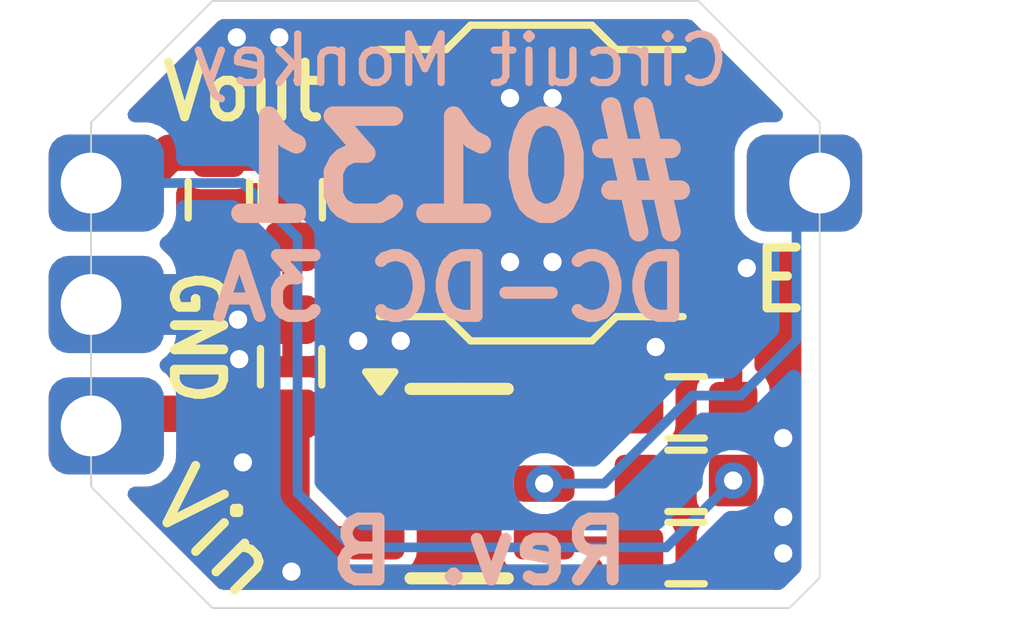
<source format=kicad_pcb>
(kicad_pcb (version 20241229) (generator "pcbnew") (generator_version "9.0")
  (layers (0 "F.Cu" signal) (2 "B.Cu" signal) (13 "F.Paste" user) (15 "B.Paste" user) (5 "F.SilkS" user "F.Silkscreen") (7 "B.SilkS" user "B.Silkscreen") (1 "F.Mask" user) (3 "B.Mask" user) (25 "Edge.Cuts" user))
  (net 0 "")
  (net 1 "Net-(U1-BST)")
  (net 2 "Net-(U1-SW)")
  (net 3 "GND")
  (net 4 "Net-(U1-FB)")
  (net 5 "/Vin")
  (net 6 "/Vout")
  (net 7 "/Enable")
  (footprint "CM_Resistor_Capacitor:R_0603_1608Metric" (layer "F.Cu") (at 144.8 94.1)
    (property "Reference" "R2" (hide yes))
    (property "Value" "10.0K")
    (fp_line (start -0.3 -0.51) (end 0.3 -0.51) (stroke (width 0.12)) (layer "F.SilkS"))
    (fp_line (start -0.3 0.5) (end 0.3 0.5) (stroke (width 0.12)) (layer "F.SilkS"))
    (pad "1" smd roundrect (at -0.775 0) (size 0.8 0.85) (layers "F.Cu" "F.Mask" "F.Paste") (roundrect_rratio 0.2) (net 4 "Net-(U1-FB)"))
    (pad "2" smd roundrect (at 0.775 0) (size 0.8 0.85) (layers "F.Cu" "F.Mask" "F.Paste") (roundrect_rratio 0.2) (net 3 "GND"))
  )
  (footprint "CM_Chip_Packages:TSOT-23-6" (layer "F.Cu") (at 141.0625 92.95)
    (property "Reference" "U1" (hide yes))
    (property "Value" "AP62300WU")
    (fp_line (start 0 -1.56) (end -0.8 -1.56) (stroke (width 0.2)) (layer "F.SilkS"))
    (fp_line (start 0 -1.56) (end 0.8 -1.56) (stroke (width 0.2)) (layer "F.SilkS"))
    (fp_line (start 0 1.56) (end -0.8 1.56) (stroke (width 0.2)) (layer "F.SilkS"))
    (fp_line (start 0 1.56) (end 0.8 1.56) (stroke (width 0.2)) (layer "F.SilkS"))
    (fp_poly (pts (xy -1.3 -1.51) (xy -1.54 -1.84) (xy -1.06 -1.84)) (stroke (width 0.12)) (fill yes) (layer "F.SilkS"))
    (pad "1" smd roundrect (at -1.4 -0.95) (size 1 0.6) (layers "F.Cu" "F.Mask" "F.Paste") (net 3 "GND") (thermal_bridge_width 0.6))
    (pad "2" smd roundrect (at -1.4 0) (size 1 0.6) (layers "F.Cu" "F.Mask" "F.Paste") (net 2 "Net-(U1-SW)"))
    (pad "3" smd roundrect (at -1.4 0.95) (size 1 0.6) (layers "F.Cu" "F.Mask" "F.Paste") (net 5 "/Vin"))
    (pad "4" smd roundrect (at 1.4 0.95) (size 1 0.6) (layers "F.Cu" "F.Mask" "F.Paste") (net 4 "Net-(U1-FB)"))
    (pad "5" smd roundrect (at 1.4 0) (size 1 0.6) (layers "F.Cu" "F.Mask" "F.Paste") (net 7 "/Enable"))
    (pad "6" smd roundrect (at 1.4 -0.95) (size 1 0.6) (layers "F.Cu" "F.Mask" "F.Paste") (net 1 "Net-(U1-BST)"))
  )
  (footprint "CM_Connector_Castelated:cast-2.0-01P" (layer "F.Cu") (at 135 88 180)
    (property "Reference" "CST2" (hide yes))
    (property "Value" "Vout" (at -1.1 1.5 180) (layer "F.SilkS") (effects (font (size 0.9 0.8)) (justify left)))
    (pad "1" thru_hole roundrect (at 0 0 180) (size 1.9 1.6) (drill 1 (offset -0.25 0)) (layers "*.Cu" "*.Mask") (roundrect_rratio 0.2083333333) (net 6 "/Vout"))
  )
  (footprint "CM_Connector_Castelated:cast-2.0-01P" (layer "F.Cu") (at 147 88)
    (property "Reference" "CST3" (hide yes))
    (property "Value" "E" (at -0.1 1.6 0) (layer "F.SilkS") (effects (justify right)))
    (pad "1" thru_hole roundrect (at 0 0) (size 1.9 1.6) (drill 1 (offset -0.25 0)) (layers "*.Cu" "*.Mask") (roundrect_rratio 0.2083333333) (net 7 "/Enable"))
  )
  (footprint "CM_Resistor_Capacitor:R_0603_1608Metric" (layer "F.Cu") (at 144.8 92.9 180)
    (property "Reference" "R1" (hide yes))
    (property "Value" "31.6K")
    (fp_line (start -0.3 0.5) (end 0.3 0.5) (stroke (width 0.12)) (layer "F.SilkS"))
    (fp_line (start -0.3 -0.51) (end 0.3 -0.51) (stroke (width 0.12)) (layer "F.SilkS"))
    (pad "1" smd roundrect (at -0.775 0 180) (size 0.8 0.85) (layers "F.Cu" "F.Mask" "F.Paste") (roundrect_rratio 0.2) (net 6 "/Vout"))
    (pad "2" smd roundrect (at 0.775 0 180) (size 0.8 0.85) (layers "F.Cu" "F.Mask" "F.Paste") (roundrect_rratio 0.2) (net 4 "Net-(U1-FB)"))
  )
  (footprint "CM_Resistor_Capacitor:C_0603_1608Metric" (layer "F.Cu") (at 138.3 88.275 -90)
    (property "Reference" "C4" (hide yes))
    (property "Value" "22uF")
    (fp_line (start -0.3 0.5) (end 0.3 0.5) (stroke (width 0.12)) (layer "F.SilkS"))
    (fp_line (start -0.3 -0.51) (end 0.3 -0.51) (stroke (width 0.12)) (layer "F.SilkS"))
    (pad "1" smd roundrect (at -0.775 0 270) (size 0.8 0.85) (layers "F.Cu" "F.Mask" "F.Paste") (roundrect_rratio 0.2) (net 6 "/Vout"))
    (pad "2" smd roundrect (at 0.775 0 270) (size 0.8 0.85) (layers "F.Cu" "F.Mask" "F.Paste") (roundrect_rratio 0.2) (net 3 "GND"))
  )
  (footprint "CM_Resistor_Capacitor:C_0603_1608Metric" (layer "F.Cu") (at 137.1 88.275 -90)
    (property "Reference" "C3" (hide yes))
    (property "Value" "22uF")
    (fp_line (start -0.3 0.5) (end 0.3 0.5) (stroke (width 0.12)) (layer "F.SilkS"))
    (fp_line (start -0.3 -0.51) (end 0.3 -0.51) (stroke (width 0.12)) (layer "F.SilkS"))
    (pad "1" smd roundrect (at -0.775 0 270) (size 0.8 0.85) (layers "F.Cu" "F.Mask" "F.Paste") (roundrect_rratio 0.2) (net 6 "/Vout"))
    (pad "2" smd roundrect (at 0.775 0 270) (size 0.8 0.85) (layers "F.Cu" "F.Mask" "F.Paste") (roundrect_rratio 0.2) (net 3 "GND"))
  )
  (footprint "CM_Resistor_Capacitor:C_0603_1608Metric" (layer "F.Cu") (at 144.8 91.7)
    (property "Reference" "C1" (hide yes))
    (property "Value" "0.1uF")
    (fp_line (start -0.3 -0.51) (end 0.3 -0.51) (stroke (width 0.12)) (layer "F.SilkS"))
    (fp_line (start -0.3 0.5) (end 0.3 0.5) (stroke (width 0.12)) (layer "F.SilkS"))
    (pad "1" smd roundrect (at -0.775 0) (size 0.8 0.85) (layers "F.Cu" "F.Mask" "F.Paste") (roundrect_rratio 0.2) (net 1 "Net-(U1-BST)"))
    (pad "2" smd roundrect (at 0.775 0) (size 0.8 0.85) (layers "F.Cu" "F.Mask" "F.Paste") (roundrect_rratio 0.2) (net 2 "Net-(U1-SW)"))
  )
  (footprint "CM_Inductor:SRN5040" (layer "F.Cu") (at 142.25 88 180)
    (property "Reference" "L1" (hide yes))
    (property "Value" "4.7uH")
    (fp_line (start 1.4 2.2) (end 2.5 2.2) (stroke (width 0.12)) (layer "F.SilkS"))
    (fp_line (start 1.4 -2.2) (end 2.5 -2.2) (stroke (width 0.12)) (layer "F.SilkS"))
    (fp_line (start 1 2.6) (end 1.4 2.2) (stroke (width 0.12)) (layer "F.SilkS"))
    (fp_line (start 1 -2.6) (end 1.4 -2.2) (stroke (width 0.12)) (layer "F.SilkS"))
    (fp_line (start -1 2.6) (end 1 2.6) (stroke (width 0.12)) (layer "F.SilkS"))
    (fp_line (start -1 -2.6) (end 1 -2.6) (stroke (width 0.12)) (layer "F.SilkS"))
    (fp_line (start -1.4 2.2) (end -1 2.6) (stroke (width 0.12)) (layer "F.SilkS"))
    (fp_line (start -1.4 2.2) (end -2.5 2.2) (stroke (width 0.12)) (layer "F.SilkS"))
    (fp_line (start -1.4 -2.2) (end -1 -2.6) (stroke (width 0.12)) (layer "F.SilkS"))
    (fp_line (start -1.4 -2.2) (end -2.5 -2.2) (stroke (width 0.12)) (layer "F.SilkS"))
    (pad "1" smd roundrect (at -2.05 0 180) (size 2 4) (layers "F.Cu" "F.Mask" "F.Paste") (net 2 "Net-(U1-SW)"))
    (pad "2" smd roundrect (at 2.05 0 180) (size 2 4) (layers "F.Cu" "F.Mask" "F.Paste") (net 6 "/Vout"))
  )
  (footprint "CM_Resistor_Capacitor:C_0603_1608Metric" (layer "F.Cu") (at 138.3 91.025 90)
    (property "Reference" "C2" (hide yes))
    (property "Value" "10uF")
    (fp_line (start -0.3 -0.51) (end 0.3 -0.51) (stroke (width 0.12)) (layer "F.SilkS"))
    (fp_line (start -0.3 0.5) (end 0.3 0.5) (stroke (width 0.12)) (layer "F.SilkS"))
    (pad "1" smd roundrect (at -0.775 0 90) (size 0.8 0.85) (layers "F.Cu" "F.Mask" "F.Paste") (roundrect_rratio 0.2) (net 5 "/Vin"))
    (pad "2" smd roundrect (at 0.775 0 90) (size 0.8 0.85) (layers "F.Cu" "F.Mask" "F.Paste") (roundrect_rratio 0.2) (net 3 "GND"))
  )
  (footprint "CM_Connector_Castelated:cast-2.0-01P" (layer "F.Cu") (at 135 92 180)
    (property "Reference" "CST1" (hide yes))
    (property "Value" "Vin" (at -1.2 -0.9 315) (layer "F.SilkS") (effects (justify left)))
    (pad "1" thru_hole roundrect (at 0 0 180) (size 1.9 1.6) (drill 1 (offset -0.25 0)) (layers "*.Cu" "*.Mask") (roundrect_rratio 0.2083333333) (net 5 "/Vin"))
  )
  (footprint "CM_Connector_Castelated:cast-2.0-01P" (layer "F.Cu") (at 135 90 180)
    (property "Reference" "CST4" (hide yes))
    (property "Value" "GND" (at -1.74 -0.54 270) (layer "F.SilkS") (effects (font (size 0.8 0.7) (thickness 0.16) (bold yes))))
    (pad "1" thru_hole roundrect (at 0 0 180) (size 1.9 1.6) (drill 1 (offset -0.25 0)) (layers "*.Cu" "*.Mask") (roundrect_rratio 0.2083333333) (net 3 "GND") (thermal_bridge_width 1))
  )
  (gr_poly (pts (xy 135 87) (xy 137 85) (xy 145 85) (xy 147 87) (xy 147 94.5) (xy 146.5 95) (xy 137 95) (xy 135 93)) (stroke (width 0.03)) (fill no) (layer "Edge.Cuts"))
  (gr_text "Rev. B" (at 141.4 94.66 0) (layer "B.SilkS") (effects (font (size 1 1) (thickness 0.2) (bold yes)) (justify bottom mirror)))
  (gr_text "#0131" (at 141.01 88.71 0) (layer "B.SilkS") (effects (font (size 1.6 1.6) (thickness 0.32) (bold yes)) (justify bottom mirror)))
  (gr_text "DC-DC 3A" (at 140.92 90.32 0) (layer "B.SilkS") (effects (font (size 1 1) (thickness 0.2) (bold yes)) (justify bottom mirror)))
  (gr_text "Circuit Monkey" (at 141.07 85.98 0) (layer "B.SilkS") (effects (font (size 0.8 0.8) (thickness 0.12)) (justify mirror)))
  (segment (start 142.5625 91.9) (end 143.825 91.9) (width 0.3) (layer "F.Cu") (net 1))
  (segment (start 142.4625 92) (end 142.5625 91.9) (width 0.3) (layer "F.Cu") (net 1))
  (segment (start 143.825 91.9) (end 144.025 91.7) (width 0.3) (layer "F.Cu") (net 1))
  (segment (start 145.575 91.7) (end 145.575 90.375) (width 0.3) (layer "F.Cu") (net 2))
  (segment (start 144.3 89.2) (end 144.3 88) (width 0.6) (layer "F.Cu") (net 2))
  (segment (start 144.3 89.1) (end 144.3 88) (width 0.3) (layer "F.Cu") (net 2))
  (segment (start 139.6625 92.95) (end 140.55 92.95) (width 0.6) (layer "F.Cu") (net 2))
  (segment (start 145.575 90.375) (end 144.3 89.1) (width 0.3) (layer "F.Cu") (net 2))
  (segment (start 140.55 92.95) (end 141 92.5) (width 0.6) (layer "F.Cu") (net 2))
  (segment (start 143 90.5) (end 144.3 89.2) (width 0.6) (layer "F.Cu") (net 2))
  (segment (start 141 91.3) (end 141.8 90.5) (width 0.6) (layer "F.Cu") (net 2))
  (segment (start 141 92.5) (end 141 91.3) (width 0.6) (layer "F.Cu") (net 2))
  (segment (start 141.8 90.5) (end 143 90.5) (width 0.6) (layer "F.Cu") (net 2))
  (via (at 138.1 85.6) (size 0.6) (drill 0.3) (layers "F.Cu" "B.Cu") (net 3))
  (via (at 137.5 92.6) (size 0.6) (drill 0.3) (layers "F.Cu" "B.Cu") (net 3))
  (via (at 142.6 89.3) (size 0.6) (drill 0.3) (layers "F.Cu" "B.Cu") (net 3))
  (via (at 138.3 94.4) (size 0.6) (drill 0.3) (layers "F.Cu" "B.Cu") (net 3))
  (via (at 145.8 89.4) (size 0.6) (drill 0.3) (layers "F.Cu" "B.Cu") (net 3))
  (via (at 142.6 86.6) (size 0.6) (drill 0.3) (layers "F.Cu" "B.Cu") (net 3))
  (via (at 146.4 93.5) (size 0.6) (drill 0.3) (layers "F.Cu" "B.Cu") (net 3))
  (via (at 140.1 90.6) (size 0.6) (drill 0.3) (layers "F.Cu" "B.Cu") (net 3))
  (via (at 144.3 90.7) (size 0.6) (drill 0.3) (layers "F.Cu" "B.Cu") (net 3))
  (via (at 139.4 90.6) (size 0.6) (drill 0.3) (layers "F.Cu" "B.Cu") (net 3))
  (via (at 141.9 86.6) (size 0.6) (drill 0.3) (layers "F.Cu" "B.Cu") (net 3))
  (via (at 141.9 89.3) (size 0.6) (drill 0.3) (layers "F.Cu" "B.Cu") (net 3))
  (via (at 137.44 90.9) (size 0.6) (drill 0.3) (layers "F.Cu" "B.Cu") (net 3))
  (via (at 146.4 94.1) (size 0.6) (drill 0.3) (layers "F.Cu" "B.Cu") (net 3))
  (via (at 137.42 90.25) (size 0.6) (drill 0.3) (layers "F.Cu" "B.Cu") (net 3))
  (via (at 146.4 92.2) (size 0.6) (drill 0.3) (layers "F.Cu" "B.Cu") (net 3))
  (via (at 137.4 85.6) (size 0.6) (drill 0.3) (layers "F.Cu" "B.Cu") (net 3))
  (segment (start 142.4625 93.9) (end 143.825 93.9) (width 0.16) (layer "F.Cu") (net 4))
  (segment (start 144.025 92.9) (end 144.025 94.1) (width 0.16) (layer "F.Cu") (net 4))
  (segment (start 143.825 93.9) (end 144.025 94.1) (width 0.16) (layer "F.Cu") (net 4))
  (segment (start 136.001 91.8) (end 135.801 92) (width 0.6) (layer "F.Cu") (net 5))
  (segment (start 138.3 91.8) (end 136.001 91.8) (width 0.6) (layer "F.Cu") (net 5))
  (segment (start 138.3 93.3) (end 138.3 91.8) (width 0.6) (layer "F.Cu") (net 5))
  (segment (start 139.6625 93.9) (end 138.9 93.9) (width 0.5) (layer "F.Cu") (net 5))
  (segment (start 138.9 93.9) (end 138.3 93.3) (width 0.6) (layer "F.Cu") (net 5))
  (segment (start 139.7 87.5) (end 140.2 88) (width 0.6) (layer "F.Cu") (net 6))
  (segment (start 137.1 87.5) (end 136.301 87.5) (width 0.6) (layer "F.Cu") (net 6))
  (segment (start 138.3 87.5) (end 137.1 87.5) (width 0.6) (layer "F.Cu") (net 6))
  (segment (start 136.301 87.5) (end 135.801 88) (width 0.6) (layer "F.Cu") (net 6))
  (segment (start 138.3 87.5) (end 139.7 87.5) (width 0.6) (layer "F.Cu") (net 6))
  (via (at 145.575 92.9) (size 0.6) (drill 0.3) (layers "F.Cu" "B.Cu") (net 6))
  (segment (start 138.4 93.1) (end 138.4 88.9) (width 0.16) (layer "B.Cu") (net 6))
  (segment (start 144.475 94) (end 139.3 94) (width 0.16) (layer "B.Cu") (net 6))
  (segment (start 139.3 94) (end 138.4 93.1) (width 0.16) (layer "B.Cu") (net 6))
  (segment (start 138.4 88.9) (end 137.5 88) (width 0.16) (layer "B.Cu") (net 6))
  (segment (start 145.575 92.9) (end 144.475 94) (width 0.16) (layer "B.Cu") (net 6))
  (segment (start 137.5 88) (end 135.381 88) (width 0.16) (layer "B.Cu") (net 6))
  (via (at 142.4625 92.95) (size 0.6) (drill 0.3) (layers "F.Cu" "B.Cu") (net 7))
  (segment (start 143.45 92.95) (end 144.9 91.5) (width 0.16) (layer "B.Cu") (net 7))
  (segment (start 145.7 91.5) (end 146.619 90.581) (width 0.16) (layer "B.Cu") (net 7))
  (segment (start 142.4625 92.95) (end 143.45 92.95) (width 0.16) (layer "B.Cu") (net 7))
  (segment (start 144.9 91.5) (end 145.7 91.5) (width 0.16) (layer "B.Cu") (net 7))
  (segment (start 146.619 90.581) (end 146.619 88) (width 0.16) (layer "B.Cu") (net 7))
  (zone (net 3) (net_name "GND") (layers "F.Cu" "B.Cu") (connect_pads (clearance 0.2)) (min_thickness 0.25) (fill yes (thermal_gap 0.2) (thermal_bridge_width 0.3))
    (polygon (pts (xy 137 85) (xy 145 85) (xy 147 87) (xy 147 94.5) (xy 146.5 95) (xy 137 95) (xy 135 93) (xy 135 87)))
  )
)
</source>
